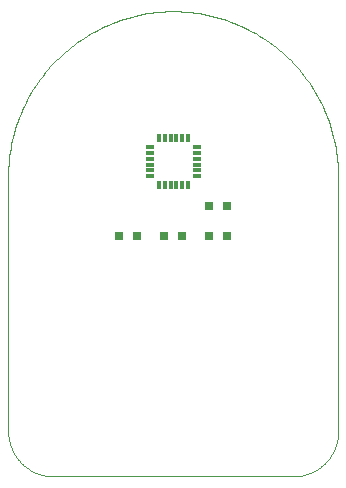
<source format=gtp>
G75*
%MOIN*%
%OFA0B0*%
%FSLAX25Y25*%
%IPPOS*%
%LPD*%
%AMOC8*
5,1,8,0,0,1.08239X$1,22.5*
%
%ADD10R,0.02953X0.01181*%
%ADD11R,0.01181X0.02953*%
%ADD12C,0.00000*%
%ADD13R,0.03150X0.03150*%
D10*
X0053887Y0119006D03*
X0053887Y0120974D03*
X0053887Y0122943D03*
X0053887Y0124911D03*
X0053887Y0126880D03*
X0053887Y0128848D03*
X0069635Y0128848D03*
X0069635Y0126880D03*
X0069635Y0124911D03*
X0069635Y0122943D03*
X0069635Y0120974D03*
X0069635Y0119006D03*
D11*
X0066800Y0116093D03*
X0064831Y0116093D03*
X0062863Y0116093D03*
X0060894Y0116093D03*
X0058926Y0116093D03*
X0056957Y0116093D03*
X0056957Y0131841D03*
X0058926Y0131841D03*
X0060894Y0131841D03*
X0062863Y0131841D03*
X0064831Y0131841D03*
X0066800Y0131841D03*
D12*
X0101800Y0019006D02*
X0021800Y0019006D01*
X0021438Y0019010D01*
X0021075Y0019024D01*
X0020713Y0019045D01*
X0020352Y0019076D01*
X0019992Y0019115D01*
X0019633Y0019163D01*
X0019275Y0019220D01*
X0018918Y0019285D01*
X0018563Y0019359D01*
X0018210Y0019442D01*
X0017859Y0019533D01*
X0017511Y0019632D01*
X0017165Y0019740D01*
X0016821Y0019856D01*
X0016481Y0019981D01*
X0016144Y0020113D01*
X0015810Y0020254D01*
X0015479Y0020403D01*
X0015152Y0020560D01*
X0014829Y0020724D01*
X0014510Y0020896D01*
X0014196Y0021076D01*
X0013885Y0021264D01*
X0013580Y0021459D01*
X0013279Y0021661D01*
X0012983Y0021871D01*
X0012693Y0022087D01*
X0012407Y0022311D01*
X0012127Y0022541D01*
X0011853Y0022778D01*
X0011585Y0023022D01*
X0011322Y0023272D01*
X0011066Y0023528D01*
X0010816Y0023791D01*
X0010572Y0024059D01*
X0010335Y0024333D01*
X0010105Y0024613D01*
X0009881Y0024899D01*
X0009665Y0025189D01*
X0009455Y0025485D01*
X0009253Y0025786D01*
X0009058Y0026091D01*
X0008870Y0026402D01*
X0008690Y0026716D01*
X0008518Y0027035D01*
X0008354Y0027358D01*
X0008197Y0027685D01*
X0008048Y0028016D01*
X0007907Y0028350D01*
X0007775Y0028687D01*
X0007650Y0029027D01*
X0007534Y0029371D01*
X0007426Y0029717D01*
X0007327Y0030065D01*
X0007236Y0030416D01*
X0007153Y0030769D01*
X0007079Y0031124D01*
X0007014Y0031481D01*
X0006957Y0031839D01*
X0006909Y0032198D01*
X0006870Y0032558D01*
X0006839Y0032919D01*
X0006818Y0033281D01*
X0006804Y0033644D01*
X0006800Y0034006D01*
X0006800Y0119006D01*
X0006816Y0120345D01*
X0006865Y0121684D01*
X0006947Y0123021D01*
X0007061Y0124355D01*
X0007207Y0125687D01*
X0007386Y0127014D01*
X0007597Y0128337D01*
X0007841Y0129654D01*
X0008116Y0130965D01*
X0008423Y0132268D01*
X0008762Y0133564D01*
X0009132Y0134851D01*
X0009533Y0136129D01*
X0009966Y0137397D01*
X0010429Y0138654D01*
X0010923Y0139899D01*
X0011447Y0141132D01*
X0012000Y0142351D01*
X0012584Y0143557D01*
X0013196Y0144748D01*
X0013837Y0145924D01*
X0014507Y0147084D01*
X0015205Y0148227D01*
X0015930Y0149353D01*
X0016683Y0150461D01*
X0017462Y0151551D01*
X0018268Y0152621D01*
X0019099Y0153671D01*
X0019956Y0154700D01*
X0020838Y0155709D01*
X0021743Y0156695D01*
X0022673Y0157659D01*
X0023626Y0158601D01*
X0024601Y0159519D01*
X0025599Y0160412D01*
X0026618Y0161282D01*
X0027658Y0162126D01*
X0028718Y0162944D01*
X0029798Y0163737D01*
X0030896Y0164503D01*
X0032014Y0165242D01*
X0033148Y0165954D01*
X0034300Y0166637D01*
X0035468Y0167293D01*
X0036652Y0167920D01*
X0037850Y0168518D01*
X0039063Y0169086D01*
X0040289Y0169625D01*
X0041528Y0170134D01*
X0042779Y0170612D01*
X0044042Y0171060D01*
X0045314Y0171477D01*
X0046597Y0171863D01*
X0047889Y0172218D01*
X0049189Y0172541D01*
X0050496Y0172832D01*
X0051810Y0173091D01*
X0053130Y0173318D01*
X0054455Y0173513D01*
X0055785Y0173676D01*
X0057118Y0173806D01*
X0058453Y0173904D01*
X0059791Y0173969D01*
X0061130Y0174002D01*
X0062470Y0174002D01*
X0063809Y0173969D01*
X0065147Y0173904D01*
X0066482Y0173806D01*
X0067815Y0173676D01*
X0069145Y0173513D01*
X0070470Y0173318D01*
X0071790Y0173091D01*
X0073104Y0172832D01*
X0074411Y0172541D01*
X0075711Y0172218D01*
X0077003Y0171863D01*
X0078286Y0171477D01*
X0079558Y0171060D01*
X0080821Y0170612D01*
X0082072Y0170134D01*
X0083311Y0169625D01*
X0084537Y0169086D01*
X0085750Y0168518D01*
X0086948Y0167920D01*
X0088132Y0167293D01*
X0089300Y0166637D01*
X0090452Y0165954D01*
X0091586Y0165242D01*
X0092704Y0164503D01*
X0093802Y0163737D01*
X0094882Y0162944D01*
X0095942Y0162126D01*
X0096982Y0161282D01*
X0098001Y0160412D01*
X0098999Y0159519D01*
X0099974Y0158601D01*
X0100927Y0157659D01*
X0101857Y0156695D01*
X0102762Y0155709D01*
X0103644Y0154700D01*
X0104501Y0153671D01*
X0105332Y0152621D01*
X0106138Y0151551D01*
X0106917Y0150461D01*
X0107670Y0149353D01*
X0108395Y0148227D01*
X0109093Y0147084D01*
X0109763Y0145924D01*
X0110404Y0144748D01*
X0111016Y0143557D01*
X0111600Y0142351D01*
X0112153Y0141132D01*
X0112677Y0139899D01*
X0113171Y0138654D01*
X0113634Y0137397D01*
X0114067Y0136129D01*
X0114468Y0134851D01*
X0114838Y0133564D01*
X0115177Y0132268D01*
X0115484Y0130965D01*
X0115759Y0129654D01*
X0116003Y0128337D01*
X0116214Y0127014D01*
X0116393Y0125687D01*
X0116539Y0124355D01*
X0116653Y0123021D01*
X0116735Y0121684D01*
X0116784Y0120345D01*
X0116800Y0119006D01*
X0116800Y0034006D01*
X0116796Y0033644D01*
X0116782Y0033281D01*
X0116761Y0032919D01*
X0116730Y0032558D01*
X0116691Y0032198D01*
X0116643Y0031839D01*
X0116586Y0031481D01*
X0116521Y0031124D01*
X0116447Y0030769D01*
X0116364Y0030416D01*
X0116273Y0030065D01*
X0116174Y0029717D01*
X0116066Y0029371D01*
X0115950Y0029027D01*
X0115825Y0028687D01*
X0115693Y0028350D01*
X0115552Y0028016D01*
X0115403Y0027685D01*
X0115246Y0027358D01*
X0115082Y0027035D01*
X0114910Y0026716D01*
X0114730Y0026402D01*
X0114542Y0026091D01*
X0114347Y0025786D01*
X0114145Y0025485D01*
X0113935Y0025189D01*
X0113719Y0024899D01*
X0113495Y0024613D01*
X0113265Y0024333D01*
X0113028Y0024059D01*
X0112784Y0023791D01*
X0112534Y0023528D01*
X0112278Y0023272D01*
X0112015Y0023022D01*
X0111747Y0022778D01*
X0111473Y0022541D01*
X0111193Y0022311D01*
X0110907Y0022087D01*
X0110617Y0021871D01*
X0110321Y0021661D01*
X0110020Y0021459D01*
X0109715Y0021264D01*
X0109404Y0021076D01*
X0109090Y0020896D01*
X0108771Y0020724D01*
X0108448Y0020560D01*
X0108121Y0020403D01*
X0107790Y0020254D01*
X0107456Y0020113D01*
X0107119Y0019981D01*
X0106779Y0019856D01*
X0106435Y0019740D01*
X0106089Y0019632D01*
X0105741Y0019533D01*
X0105390Y0019442D01*
X0105037Y0019359D01*
X0104682Y0019285D01*
X0104325Y0019220D01*
X0103967Y0019163D01*
X0103608Y0019115D01*
X0103248Y0019076D01*
X0102887Y0019045D01*
X0102525Y0019024D01*
X0102162Y0019010D01*
X0101800Y0019006D01*
D13*
X0079753Y0099006D03*
X0073847Y0099006D03*
X0073847Y0109006D03*
X0079753Y0109006D03*
X0064753Y0099006D03*
X0058847Y0099006D03*
X0049753Y0099006D03*
X0043847Y0099006D03*
M02*

</source>
